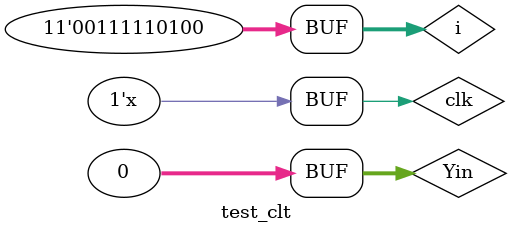
<source format=v>
`timescale 10ps / 1fs


module test_clt;

  wire [31:0] out;
  reg [31:0] Yin;
  reg clk;
  //integer j;
  reg [10:0] i=0;  
  CLT abcd(.clk(clk), .Yin(Yin), .out(out), .i(i));
    always #100 clk <= ~clk;
    initial begin 
        clk <= 0;
        #10 Yin =-32'd22; i= 11'd0;
        #200 Yin =-32'd18; i= 11'd1;
        #200 Yin =-32'd16; i= 11'd2;
        #200 Yin =-32'd14; i= 11'd3;
        #200 Yin =-32'd12; i= 11'd4;
        #200 Yin =-32'd10; i= 11'd5;
        #200 Yin =-32'd8; i= 11'd6;
        #200 Yin =-32'd5; i= 11'd7;
        #200 Yin =-32'd2; i= 11'd8;
        #200 Yin =-32'd1; i= 11'd9;
        #200 Yin =-32'd1; i= 11'd10;
        #200 Yin =-32'd2; i= 11'd11;
        #200 Yin =-32'd3; i= 11'd12;
        #200 Yin =-32'd3; i= 11'd13;
        #200 Yin =-32'd3; i= 11'd14;
        #200 Yin =-32'd2; i= 11'd15;
        #200 Yin =-32'd0; i= 11'd16;
        #200 Yin =32'd1; i= 11'd17;
        #200 Yin =32'd2; i= 11'd18;
        #200 Yin =32'd2; i= 11'd19;
        #200 Yin =32'd2; i= 11'd20;
        #200 Yin =32'd2; i= 11'd21;
        #200 Yin =32'd2; i= 11'd22;
        #200 Yin =32'd2; i= 11'd23;
        #200 Yin =32'd2; i= 11'd24;
        #200 Yin =32'd1; i= 11'd25;
        #200 Yin =32'd1; i= 11'd26;
        #200 Yin =32'd1; i= 11'd27;
        #200 Yin =32'd0; i= 11'd28;
        #200 Yin =32'd0; i= 11'd29;
        #200 Yin =32'd0; i= 11'd30;
        #200 Yin =32'd0; i= 11'd31;
        #200 Yin =32'd1; i= 11'd32;
        #200 Yin =32'd1; i= 11'd33;
        #200 Yin =32'd1; i= 11'd34;
        #200 Yin =32'd1; i= 11'd35;
        #200 Yin =32'd1; i= 11'd36;
        #200 Yin =32'd1; i= 11'd37;
        #200 Yin =32'd1; i= 11'd38;
        #200 Yin =32'd1; i= 11'd39;
        #200 Yin =32'd2; i= 11'd40;
        #200 Yin =32'd2; i= 11'd41;
        #200 Yin =32'd3; i= 11'd42;
        #200 Yin =32'd3; i= 11'd43;
        #200 Yin =32'd3; i= 11'd44;
        #200 Yin =32'd2; i= 11'd45;
        #200 Yin =32'd2; i= 11'd46;
        #200 Yin =32'd1; i= 11'd47;
        #200 Yin =32'd1; i= 11'd48;
        #200 Yin =32'd2; i= 11'd49;
        #200 Yin =32'd3; i= 11'd50;
        #200 Yin =32'd4; i= 11'd51;
        #200 Yin =32'd5; i= 11'd52;
        #200 Yin =32'd5; i= 11'd53;
        #200 Yin =32'd5; i= 11'd54;
        #200 Yin =32'd6; i= 11'd55;
        #200 Yin =32'd6; i= 11'd56;
        #200 Yin =32'd6; i= 11'd57;
        #200 Yin =32'd7; i= 11'd58;
        #200 Yin =32'd7; i= 11'd59;
        #200 Yin =32'd6; i= 11'd60;
        #200 Yin =32'd5; i= 11'd61;
        #200 Yin =32'd3; i= 11'd62;
        #200 Yin =32'd2; i= 11'd63;
        #200 Yin =32'd2; i= 11'd64;
        #200 Yin =32'd3; i= 11'd65;
        #200 Yin =32'd4; i= 11'd66;
        #200 Yin =32'd5; i= 11'd67;
        #200 Yin =32'd6; i= 11'd68;
        #200 Yin =32'd6; i= 11'd69;
        #200 Yin =32'd6; i= 11'd70;
        #200 Yin =32'd7; i= 11'd71;
        #200 Yin =32'd8; i= 11'd72;
        #200 Yin =32'd9; i= 11'd73;
        #200 Yin =32'd9; i= 11'd74;
        #200 Yin =32'd9; i= 11'd75;
        #200 Yin =32'd8; i= 11'd76;
        #200 Yin =32'd7; i= 11'd77;
        #200 Yin =32'd6; i= 11'd78;
        #200 Yin =32'd6; i= 11'd79;
        #200 Yin =32'd5; i= 11'd80;
        #200 Yin =32'd5; i= 11'd81;
        #200 Yin =32'd5; i= 11'd82;
        #200 Yin =32'd5; i= 11'd83;
        #200 Yin =32'd6; i= 11'd84;
        #200 Yin =32'd7; i= 11'd85;
        #200 Yin =32'd8; i= 11'd86;
        #200 Yin =32'd6; i= 11'd87;
        #200 Yin =32'd2; i= 11'd88;
        #200 Yin =-32'd4; i= 11'd89;
        #200 Yin =-32'd11; i= 11'd90;
        #200 Yin =-32'd15; i= 11'd91;
        #200 Yin =-32'd14; i= 11'd92;
        #200 Yin =-32'd9; i= 11'd93;
        #200 Yin =-32'd0; i= 11'd94;
        #200 Yin =32'd7; i= 11'd95;
        #200 Yin =32'd13; i= 11'd96;
        #200 Yin =32'd14; i= 11'd97;
        #200 Yin =32'd14; i= 11'd98;
        #200 Yin =32'd12; i= 11'd99;
        #200 Yin =32'd11; i= 11'd100;
        #200 Yin =32'd11; i= 11'd101;
        #200 Yin =32'd12; i= 11'd102;
        #200 Yin =32'd14; i= 11'd103;
        #200 Yin =32'd15; i= 11'd104;
        #200 Yin =32'd15; i= 11'd105;
        #200 Yin =32'd14; i= 11'd106;
        #200 Yin =32'd14; i= 11'd107;
        #200 Yin =32'd13; i= 11'd108;
        #200 Yin =32'd13; i= 11'd109;
        #200 Yin =32'd12; i= 11'd110;
        #200 Yin =32'd11; i= 11'd111;
        #200 Yin =32'd9; i= 11'd112;
        #200 Yin =32'd8; i= 11'd113;
        #200 Yin =32'd7; i= 11'd114;
        #200 Yin =32'd6; i= 11'd115;
        #200 Yin =32'd7; i= 11'd116;
        #200 Yin =32'd7; i= 11'd117;
        #200 Yin =32'd8; i= 11'd118;
        #200 Yin =32'd9; i= 11'd119;
        #200 Yin =32'd10; i= 11'd120;
        #200 Yin =32'd9; i= 11'd121;
        #200 Yin =32'd9; i= 11'd122;
        #200 Yin =32'd8; i= 11'd123;
        #200 Yin =32'd8; i= 11'd124;
        #200 Yin =32'd8; i= 11'd125;
        #200 Yin =32'd9; i= 11'd126;
        #200 Yin =32'd9; i= 11'd127;
        #200 Yin =32'd10; i= 11'd128;
        #200 Yin =32'd9; i= 11'd129;
        #200 Yin =32'd9; i= 11'd130;
        #200 Yin =32'd8; i= 11'd131;
        #200 Yin =32'd7; i= 11'd132;
        #200 Yin =32'd6; i= 11'd133;
        #200 Yin =32'd6; i= 11'd134;
        #200 Yin =32'd5; i= 11'd135;
        #200 Yin =32'd5; i= 11'd136;
        #200 Yin =32'd4; i= 11'd137;
        #200 Yin =32'd4; i= 11'd138;
        #200 Yin =32'd4; i= 11'd139;
        #200 Yin =32'd4; i= 11'd140;
        #200 Yin =32'd5; i= 11'd141;
        #200 Yin =32'd5; i= 11'd142;
        #200 Yin =32'd5; i= 11'd143;
        #200 Yin =32'd5; i= 11'd144;
        #200 Yin =32'd6; i= 11'd145;
        #200 Yin =32'd6; i= 11'd146;
        #200 Yin =32'd7; i= 11'd147;
        #200 Yin =32'd9; i= 11'd148;
        #200 Yin =32'd9; i= 11'd149;
        #200 Yin =32'd10; i= 11'd150;
        #200 Yin =32'd9; i= 11'd151;
        #200 Yin =32'd8; i= 11'd152;
        #200 Yin =32'd6; i= 11'd153;
        #200 Yin =32'd5; i= 11'd154;
        #200 Yin =32'd5; i= 11'd155;
        #200 Yin =32'd5; i= 11'd156;
        #200 Yin =32'd5; i= 11'd157;
        #200 Yin =32'd5; i= 11'd158;
        #200 Yin =32'd5; i= 11'd159;
        #200 Yin =32'd5; i= 11'd160;
        #200 Yin =32'd6; i= 11'd161;
        #200 Yin =32'd7; i= 11'd162;
        #200 Yin =32'd8; i= 11'd163;
        #200 Yin =32'd8; i= 11'd164;
        #200 Yin =32'd9; i= 11'd165;
        #200 Yin =32'd9; i= 11'd166;
        #200 Yin =32'd9; i= 11'd167;
        #200 Yin =32'd9; i= 11'd168;
        #200 Yin =32'd9; i= 11'd169;
        #200 Yin =32'd9; i= 11'd170;
        #200 Yin =32'd8; i= 11'd171;
        #200 Yin =32'd7; i= 11'd172;
        #200 Yin =32'd7; i= 11'd173;
        #200 Yin =32'd7; i= 11'd174;
        #200 Yin =32'd8; i= 11'd175;
        #200 Yin =32'd9; i= 11'd176;
        #200 Yin =32'd11; i= 11'd177;
        #200 Yin =32'd11; i= 11'd178;
        #200 Yin =32'd11; i= 11'd179;
        #200 Yin =32'd10; i= 11'd180;
        #200 Yin =32'd9; i= 11'd181;
        #200 Yin =32'd8; i= 11'd182;
        #200 Yin =32'd9; i= 11'd183;
        #200 Yin =32'd9; i= 11'd184;
        #200 Yin =32'd10; i= 11'd185;
        #200 Yin =32'd12; i= 11'd186;
        #200 Yin =32'd12; i= 11'd187;
        #200 Yin =32'd13; i= 11'd188;
        #200 Yin =32'd13; i= 11'd189;
        #200 Yin =32'd13; i= 11'd190;
        #200 Yin =32'd12; i= 11'd191;
        #200 Yin =32'd12; i= 11'd192;
        #200 Yin =32'd11; i= 11'd193;
        #200 Yin =32'd10; i= 11'd194;
        #200 Yin =32'd9; i= 11'd195;
        #200 Yin =32'd8; i= 11'd196;
        #200 Yin =32'd8; i= 11'd197;
        #200 Yin =32'd8; i= 11'd198;
        #200 Yin =32'd9; i= 11'd199;
        #200 Yin =32'd10; i= 11'd200;
        #200 Yin =32'd12; i= 11'd201;
        #200 Yin =32'd12; i= 11'd202;
        #200 Yin =32'd13; i= 11'd203;
        #200 Yin =32'd12; i= 11'd204;
        #200 Yin =32'd10; i= 11'd205;
        #200 Yin =32'd9; i= 11'd206;
        #200 Yin =32'd8; i= 11'd207;
        #200 Yin =32'd8; i= 11'd208;
        #200 Yin =32'd9; i= 11'd209;
        #200 Yin =32'd10; i= 11'd210;
        #200 Yin =32'd12; i= 11'd211;
        #200 Yin =32'd14; i= 11'd212;
        #200 Yin =32'd16; i= 11'd213;
        #200 Yin =32'd18; i= 11'd214;
        #200 Yin =32'd19; i= 11'd215;
        #200 Yin =32'd20; i= 11'd216;
        #200 Yin =32'd20; i= 11'd217;
        #200 Yin =32'd20; i= 11'd218;
        #200 Yin =32'd19; i= 11'd219;
        #200 Yin =32'd18; i= 11'd220;
        #200 Yin =32'd17; i= 11'd221;
        #200 Yin =32'd17; i= 11'd222;
        #200 Yin =32'd17; i= 11'd223;
        #200 Yin =32'd17; i= 11'd224;
        #200 Yin =32'd16; i= 11'd225;
        #200 Yin =32'd15; i= 11'd226;
        #200 Yin =32'd14; i= 11'd227;
        #200 Yin =32'd12; i= 11'd228;
        #200 Yin =32'd12; i= 11'd229;
        #200 Yin =32'd12; i= 11'd230;
        #200 Yin =32'd12; i= 11'd231;
        #200 Yin =32'd13; i= 11'd232;
        #200 Yin =32'd12; i= 11'd233;
        #200 Yin =32'd11; i= 11'd234;
        #200 Yin =32'd10; i= 11'd235;
        #200 Yin =32'd9; i= 11'd236;
        #200 Yin =32'd8; i= 11'd237;
        #200 Yin =32'd9; i= 11'd238;
        #200 Yin =32'd10; i= 11'd239;
        #200 Yin =32'd12; i= 11'd240;
        #200 Yin =32'd12; i= 11'd241;
        #200 Yin =32'd12; i= 11'd242;
        #200 Yin =32'd11; i= 11'd243;
        #200 Yin =32'd10; i= 11'd244;
        #200 Yin =32'd9; i= 11'd245;
        #200 Yin =32'd8; i= 11'd246;
        #200 Yin =32'd8; i= 11'd247;
        #200 Yin =32'd8; i= 11'd248;
        #200 Yin =32'd8; i= 11'd249;
        #200 Yin =32'd8; i= 11'd250;
        #200 Yin =32'd7; i= 11'd251;
        #200 Yin =32'd5; i= 11'd252;
        #200 Yin =32'd4; i= 11'd253;
        #200 Yin =32'd3; i= 11'd254;
        #200 Yin =32'd3; i= 11'd255;
        #200 Yin =32'd4; i= 11'd256;
        #200 Yin =32'd4; i= 11'd257;
        #200 Yin =32'd4; i= 11'd258;
        #200 Yin =32'd3; i= 11'd259;
        #200 Yin =32'd1; i= 11'd260;
        #200 Yin =32'd0; i= 11'd261;
        #200 Yin =-32'd0; i= 11'd262;
        #200 Yin =-32'd0; i= 11'd263;
        #200 Yin =-32'd0; i= 11'd264;
        #200 Yin =-32'd0; i= 11'd265;
        #200 Yin =-32'd0; i= 11'd266;
        #200 Yin =-32'd0; i= 11'd267;
        #200 Yin =-32'd1; i= 11'd268;
        #200 Yin =-32'd1; i= 11'd269;
        #200 Yin =-32'd1; i= 11'd270;
        #200 Yin =-32'd1; i= 11'd271;
        #200 Yin =-32'd1; i= 11'd272;
        #200 Yin =-32'd1; i= 11'd273;
        #200 Yin =-32'd1; i= 11'd274;
        #200 Yin =-32'd1; i= 11'd275;
        #200 Yin =-32'd0; i= 11'd276;
        #200 Yin =-32'd0; i= 11'd277;
        #200 Yin =32'd0; i= 11'd278;
        #200 Yin =32'd0; i= 11'd279;
        #200 Yin =32'd1; i= 11'd280;
        #200 Yin =32'd1; i= 11'd281;
        #200 Yin =32'd1; i= 11'd282;
        #200 Yin =32'd0; i= 11'd283;
        #200 Yin =-32'd0; i= 11'd284;
        #200 Yin =-32'd1; i= 11'd285;
        #200 Yin =-32'd1; i= 11'd286;
        #200 Yin =-32'd0; i= 11'd287;
        #200 Yin =32'd0; i= 11'd288;
        #200 Yin =32'd0; i= 11'd289;
        #200 Yin =32'd1; i= 11'd290;
        #200 Yin =32'd0; i= 11'd291;
        #200 Yin =-32'd0; i= 11'd292;
        #200 Yin =-32'd0; i= 11'd293;
        #200 Yin =-32'd0; i= 11'd294;
        #200 Yin =32'd0; i= 11'd295;
        #200 Yin =32'd1; i= 11'd296;
        #200 Yin =32'd1; i= 11'd297;
        #200 Yin =32'd0; i= 11'd298;
        #200 Yin =-32'd1; i= 11'd299;
        #200 Yin =-32'd3; i= 11'd300;
        #200 Yin =-32'd5; i= 11'd301;
        #200 Yin =-32'd6; i= 11'd302;
        #200 Yin =-32'd6; i= 11'd303;
        #200 Yin =-32'd5; i= 11'd304;
        #200 Yin =-32'd4; i= 11'd305;
        #200 Yin =-32'd3; i= 11'd306;
        #200 Yin =-32'd1; i= 11'd307;
        #200 Yin =32'd0; i= 11'd308;
        #200 Yin =32'd2; i= 11'd309;
        #200 Yin =32'd5; i= 11'd310;
        #200 Yin =32'd7; i= 11'd311;
        #200 Yin =32'd9; i= 11'd312;
        #200 Yin =32'd10; i= 11'd313;
        #200 Yin =32'd12; i= 11'd314;
        #200 Yin =32'd13; i= 11'd315;
        #200 Yin =32'd16; i= 11'd316;
        #200 Yin =32'd19; i= 11'd317;
        #200 Yin =32'd22; i= 11'd318;
        #200 Yin =32'd23; i= 11'd319;
        #200 Yin =32'd21; i= 11'd320;
        #200 Yin =32'd18; i= 11'd321;
        #200 Yin =32'd13; i= 11'd322;
        #200 Yin =32'd9; i= 11'd323;
        #200 Yin =32'd6; i= 11'd324;
        #200 Yin =32'd5; i= 11'd325;
        #200 Yin =32'd6; i= 11'd326;
        #200 Yin =32'd8; i= 11'd327;
        #200 Yin =32'd10; i= 11'd328;
        #200 Yin =32'd10; i= 11'd329;
        #200 Yin =32'd8; i= 11'd330;
        #200 Yin =32'd4; i= 11'd331;
        #200 Yin =-32'd1; i= 11'd332;
        #200 Yin =-32'd9; i= 11'd333;
        #200 Yin =-32'd19; i= 11'd334;
        #200 Yin =-32'd28; i= 11'd335;
        #200 Yin =-32'd35; i= 11'd336;
        #200 Yin =-32'd36; i= 11'd337;
        #200 Yin =-32'd33; i= 11'd338;
        #200 Yin =-32'd25; i= 11'd339;
        #200 Yin =-32'd15; i= 11'd340;
        #200 Yin =-32'd5; i= 11'd341;
        #200 Yin =32'd1; i= 11'd342;
        #200 Yin =32'd4; i= 11'd343;
        #200 Yin =32'd5; i= 11'd344;
        #200 Yin =32'd5; i= 11'd345;
        #200 Yin =32'd4; i= 11'd346;
        #200 Yin =32'd3; i= 11'd347;
        #200 Yin =32'd3; i= 11'd348;
        #200 Yin =32'd4; i= 11'd349;
        #200 Yin =32'd4; i= 11'd350;
        #200 Yin =32'd5; i= 11'd351;
        #200 Yin =32'd5; i= 11'd352;
        #200 Yin =32'd4; i= 11'd353;
        #200 Yin =32'd2; i= 11'd354;
        #200 Yin =32'd0; i= 11'd355;
        #200 Yin =-32'd1; i= 11'd356;
        #200 Yin =-32'd3; i= 11'd357;
        #200 Yin =-32'd3; i= 11'd358;
        #200 Yin =-32'd2; i= 11'd359;
        #200 Yin =-32'd0; i= 11'd360;
        #200 Yin =32'd1; i= 11'd361;
        #200 Yin =32'd3; i= 11'd362;
        #200 Yin =32'd3; i= 11'd363;
        #200 Yin =32'd2; i= 11'd364;
        #200 Yin =32'd0; i= 11'd365;
        #200 Yin =-32'd1; i= 11'd366;
        #200 Yin =-32'd1; i= 11'd367;
        #200 Yin =-32'd2; i= 11'd368;
        #200 Yin =-32'd1; i= 11'd369;
        #200 Yin =-32'd1; i= 11'd370;
        #200 Yin =-32'd1; i= 11'd371;
        #200 Yin =-32'd2; i= 11'd372;
        #200 Yin =-32'd3; i= 11'd373;
        #200 Yin =-32'd4; i= 11'd374;
        #200 Yin =-32'd5; i= 11'd375;
        #200 Yin =-32'd4; i= 11'd376;
        #200 Yin =-32'd3; i= 11'd377;
        #200 Yin =-32'd3; i= 11'd378;
        #200 Yin =-32'd2; i= 11'd379;
        #200 Yin =-32'd2; i= 11'd380;
        #200 Yin =-32'd2; i= 11'd381;
        #200 Yin =-32'd2; i= 11'd382;
        #200 Yin =-32'd1; i= 11'd383;
        #200 Yin =-32'd1; i= 11'd384;
        #200 Yin =-32'd0; i= 11'd385;
        #200 Yin =-32'd1; i= 11'd386;
        #200 Yin =-32'd1; i= 11'd387;
        #200 Yin =-32'd1; i= 11'd388;
        #200 Yin =-32'd2; i= 11'd389;
        #200 Yin =-32'd2; i= 11'd390;
        #200 Yin =-32'd3; i= 11'd391;
        #200 Yin =-32'd3; i= 11'd392;
        #200 Yin =-32'd4; i= 11'd393;
        #200 Yin =-32'd4; i= 11'd394;
        #200 Yin =-32'd5; i= 11'd395;
        #200 Yin =-32'd5; i= 11'd396;
        #200 Yin =-32'd6; i= 11'd397;
        #200 Yin =-32'd6; i= 11'd398;
        #200 Yin =-32'd6; i= 11'd399;
        #200 Yin =-32'd6; i= 11'd400;
        #200 Yin =-32'd5; i= 11'd401;
        #200 Yin =-32'd4; i= 11'd402;
        #200 Yin =-32'd3; i= 11'd403;
        #200 Yin =-32'd2; i= 11'd404;
        #200 Yin =-32'd1; i= 11'd405;
        #200 Yin =-32'd0; i= 11'd406;
        #200 Yin =-32'd1; i= 11'd407;
        #200 Yin =-32'd1; i= 11'd408;
        #200 Yin =-32'd2; i= 11'd409;
        #200 Yin =-32'd3; i= 11'd410;
        #200 Yin =-32'd4; i= 11'd411;
        #200 Yin =-32'd4; i= 11'd412;
        #200 Yin =-32'd4; i= 11'd413;
        #200 Yin =-32'd4; i= 11'd414;
        #200 Yin =-32'd3; i= 11'd415;
        #200 Yin =-32'd3; i= 11'd416;
        #200 Yin =-32'd2; i= 11'd417;
        #200 Yin =-32'd2; i= 11'd418;
        #200 Yin =-32'd2; i= 11'd419;
        #200 Yin =-32'd2; i= 11'd420;
        #200 Yin =-32'd1; i= 11'd421;
        #200 Yin =-32'd1; i= 11'd422;
        #200 Yin =-32'd1; i= 11'd423;
        #200 Yin =-32'd1; i= 11'd424;
        #200 Yin =-32'd2; i= 11'd425;
        #200 Yin =-32'd2; i= 11'd426;
        #200 Yin =-32'd3; i= 11'd427;
        #200 Yin =-32'd2; i= 11'd428;
        #200 Yin =-32'd2; i= 11'd429;
        #200 Yin =-32'd1; i= 11'd430;
        #200 Yin =-32'd0; i= 11'd431;
        #200 Yin =-32'd0; i= 11'd432;
        #200 Yin =-32'd0; i= 11'd433;
        #200 Yin =-32'd1; i= 11'd434;
        #200 Yin =-32'd1; i= 11'd435;
        #200 Yin =-32'd1; i= 11'd436;
        #200 Yin =-32'd0; i= 11'd437;
        #200 Yin =32'd0; i= 11'd438;
        #200 Yin =32'd0; i= 11'd439;
        #200 Yin =32'd1; i= 11'd440;
        #200 Yin =32'd1; i= 11'd441;
        #200 Yin =32'd1; i= 11'd442;
        #200 Yin =32'd0; i= 11'd443;
        #200 Yin =32'd0; i= 11'd444;
        #200 Yin =-32'd0; i= 11'd445;
        #200 Yin =-32'd0; i= 11'd446;
        #200 Yin =-32'd0; i= 11'd447;
        #200 Yin =-32'd1; i= 11'd448;
        #200 Yin =-32'd1; i= 11'd449;
        #200 Yin =-32'd1; i= 11'd450;
        #200 Yin =-32'd1; i= 11'd451;
        #200 Yin =-32'd1; i= 11'd452;
        #200 Yin =-32'd1; i= 11'd453;
        #200 Yin =-32'd1; i= 11'd454;
        #200 Yin =-32'd1; i= 11'd455;
        #200 Yin =-32'd0; i= 11'd456;
        #200 Yin =32'd0; i= 11'd457;
        #200 Yin =32'd0; i= 11'd458;
        #200 Yin =32'd0; i= 11'd459;
        #200 Yin =32'd0; i= 11'd460;
        #200 Yin =-32'd0; i= 11'd461;
        #200 Yin =-32'd0; i= 11'd462;
        #200 Yin =-32'd1; i= 11'd463;
        #200 Yin =-32'd1; i= 11'd464;
        #200 Yin =-32'd2; i= 11'd465;
        #200 Yin =-32'd3; i= 11'd466;
        #200 Yin =-32'd4; i= 11'd467;
        #200 Yin =-32'd4; i= 11'd468;
        #200 Yin =-32'd3; i= 11'd469;
        #200 Yin =-32'd2; i= 11'd470;
        #200 Yin =-32'd0; i= 11'd471;
        #200 Yin =32'd2; i= 11'd472;
        #200 Yin =32'd4; i= 11'd473;
        #200 Yin =32'd6; i= 11'd474;
        #200 Yin =32'd7; i= 11'd475;
        #200 Yin =32'd7; i= 11'd476;
        #200 Yin =32'd7; i= 11'd477;
        #200 Yin =32'd7; i= 11'd478;
        #200 Yin =32'd6; i= 11'd479;
        #200 Yin =32'd4; i= 11'd480;
        #200 Yin =32'd3; i= 11'd481;
        #200 Yin =32'd1; i= 11'd482;
        #200 Yin =32'd0; i= 11'd483;
        #200 Yin =32'd0; i= 11'd484;
        #200 Yin =-32'd0; i= 11'd485;
        #200 Yin =32'd0; i= 11'd486;
        #200 Yin =32'd0; i= 11'd487;
        #200 Yin =32'd1; i= 11'd488;
        #200 Yin =32'd3; i= 11'd489;
        #200 Yin =32'd5; i= 11'd490;
        #200 Yin =32'd7; i= 11'd491;
        #200 Yin =32'd0; i= 11'd492;
        #200 Yin =32'd0; i= 11'd493;
        #200 Yin =32'd0; i= 11'd494;
        #200 Yin =32'd0; i= 11'd495;
        #200 Yin =32'd0; i= 11'd496;
        #200 Yin =32'd0; i= 11'd497;
        #200 Yin =32'd0; i= 11'd498;
        #200 Yin =32'd0; i= 11'd499;
        #200 Yin =-32'd0; i= 11'd500;
    end
endmodule

</source>
